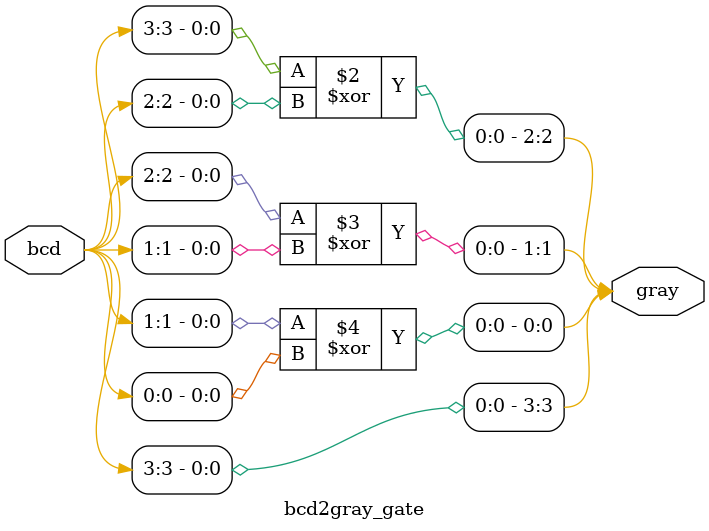
<source format=v>
module bcd2gray_gate(
    output [3:0] gray,
    input  [3:0] bcd
);
    // Gray = b ^ (b >> 1)
    // g3 = b3
    // g2 = b3 ^ b2
    // g1 = b2 ^ b1
    // g0 = b1 ^ b0
    xor (gray[3], bcd[3], 1'b0); // gray[3] = bcd[3]
    xor (gray[2], bcd[3], bcd[2]);
    xor (gray[1], bcd[2], bcd[1]);
    xor (gray[0], bcd[1], bcd[0]);
endmodule

</source>
